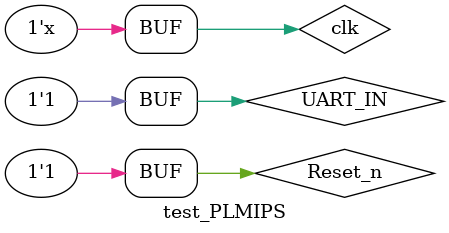
<source format=v>
`timescale 1ns/1ns

module test_PLMIPS;
	reg clk;
	reg Reset_n;
	reg [7:0] switch;
	reg UART_IN;
	wire UART_OUT;
	wire [7:0] led;
	wire [6:0] digi_out1, digi_out2, digi_out3, digi_out4;
	parameter DELAY = 3072;

	initial
		begin
		clk <= 0;
		Reset_n <= 0;
		UART_IN <= 1;
		end

	always #3 clk <= ~clk;
	initial
		begin
		#1 Reset_n <= 1;
		//#1 switch <= 8'b00000010;
		#DELAY UART_IN <= 0;
		//begin
		#DELAY UART_IN <= 0;
		#DELAY UART_IN <= 0;
		#DELAY UART_IN <= 1;
		#DELAY UART_IN <= 1;
		#DELAY UART_IN <= 0;
		#DELAY UART_IN <= 0;
		#DELAY UART_IN <= 0;
		#DELAY UART_IN <= 0;
		// end1
		#DELAY UART_IN <= 1;
		//#DELAY UART_IN <= 1;
		#DELAY UART_IN <= 0;
		// start2
		#DELAY UART_IN <= 0;
		#DELAY UART_IN <= 0;
		#DELAY UART_IN <= 0;
		#DELAY UART_IN <= 1;
		#DELAY UART_IN <= 0;
		#DELAY UART_IN <= 0;
		#DELAY UART_IN <= 0;
		#DELAY UART_IN <= 0;
		// end2
		#DELAY UART_IN <= 1;

		//#(DELAY * 20)  $stop;
		//#600 $stop;
		end
	PLMIPS inst(.sysclk(clk), .Reset_n(Reset_n), .switch(switch), .led(led), .UART_IN(UART_IN), .UART_OUT(UART_OUT),
			.digi_out1(digi_out1), .digi_out2(digi_out2), .digi_out3(digi_out3), .digi_out4(digi_out4));
endmodule
</source>
